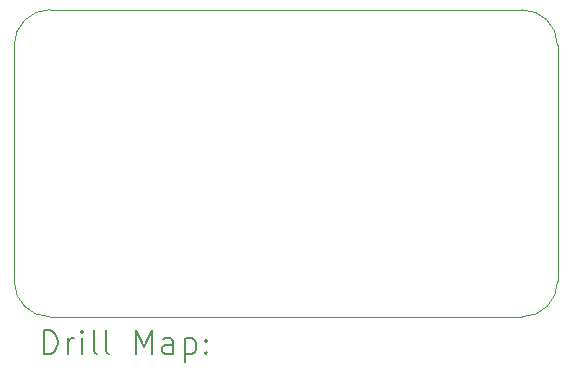
<source format=gbr>
%FSLAX45Y45*%
G04 Gerber Fmt 4.5, Leading zero omitted, Abs format (unit mm)*
G04 Created by KiCad (PCBNEW (6.0.0)) date 2023-02-05 21:47:36*
%MOMM*%
%LPD*%
G01*
G04 APERTURE LIST*
%TA.AperFunction,Profile*%
%ADD10C,0.100000*%
%TD*%
%ADD11C,0.200000*%
G04 APERTURE END LIST*
D10*
X15000000Y-9300000D02*
G75*
G03*
X15300000Y-9000000I0J300000D01*
G01*
X10700000Y-9000000D02*
G75*
G03*
X11000000Y-9300000I300000J0D01*
G01*
X15300000Y-7000000D02*
G75*
G03*
X15000000Y-6700000I-300000J0D01*
G01*
X11000000Y-6700000D02*
G75*
G03*
X10700000Y-7000000I0J-300000D01*
G01*
X15300000Y-7000000D02*
X15300000Y-9000000D01*
X15000000Y-9300000D02*
X11000000Y-9300000D01*
X10700000Y-9000000D02*
X10700000Y-7000000D01*
X11000000Y-6700000D02*
X15000000Y-6700000D01*
D11*
X10952619Y-9615476D02*
X10952619Y-9415476D01*
X11000238Y-9415476D01*
X11028810Y-9425000D01*
X11047857Y-9444048D01*
X11057381Y-9463095D01*
X11066905Y-9501190D01*
X11066905Y-9529762D01*
X11057381Y-9567857D01*
X11047857Y-9586905D01*
X11028810Y-9605952D01*
X11000238Y-9615476D01*
X10952619Y-9615476D01*
X11152619Y-9615476D02*
X11152619Y-9482143D01*
X11152619Y-9520238D02*
X11162143Y-9501190D01*
X11171667Y-9491667D01*
X11190714Y-9482143D01*
X11209762Y-9482143D01*
X11276428Y-9615476D02*
X11276428Y-9482143D01*
X11276428Y-9415476D02*
X11266905Y-9425000D01*
X11276428Y-9434524D01*
X11285952Y-9425000D01*
X11276428Y-9415476D01*
X11276428Y-9434524D01*
X11400238Y-9615476D02*
X11381190Y-9605952D01*
X11371667Y-9586905D01*
X11371667Y-9415476D01*
X11505000Y-9615476D02*
X11485952Y-9605952D01*
X11476428Y-9586905D01*
X11476428Y-9415476D01*
X11733571Y-9615476D02*
X11733571Y-9415476D01*
X11800238Y-9558333D01*
X11866905Y-9415476D01*
X11866905Y-9615476D01*
X12047857Y-9615476D02*
X12047857Y-9510714D01*
X12038333Y-9491667D01*
X12019286Y-9482143D01*
X11981190Y-9482143D01*
X11962143Y-9491667D01*
X12047857Y-9605952D02*
X12028809Y-9615476D01*
X11981190Y-9615476D01*
X11962143Y-9605952D01*
X11952619Y-9586905D01*
X11952619Y-9567857D01*
X11962143Y-9548810D01*
X11981190Y-9539286D01*
X12028809Y-9539286D01*
X12047857Y-9529762D01*
X12143095Y-9482143D02*
X12143095Y-9682143D01*
X12143095Y-9491667D02*
X12162143Y-9482143D01*
X12200238Y-9482143D01*
X12219286Y-9491667D01*
X12228809Y-9501190D01*
X12238333Y-9520238D01*
X12238333Y-9577381D01*
X12228809Y-9596429D01*
X12219286Y-9605952D01*
X12200238Y-9615476D01*
X12162143Y-9615476D01*
X12143095Y-9605952D01*
X12324048Y-9596429D02*
X12333571Y-9605952D01*
X12324048Y-9615476D01*
X12314524Y-9605952D01*
X12324048Y-9596429D01*
X12324048Y-9615476D01*
X12324048Y-9491667D02*
X12333571Y-9501190D01*
X12324048Y-9510714D01*
X12314524Y-9501190D01*
X12324048Y-9491667D01*
X12324048Y-9510714D01*
M02*

</source>
